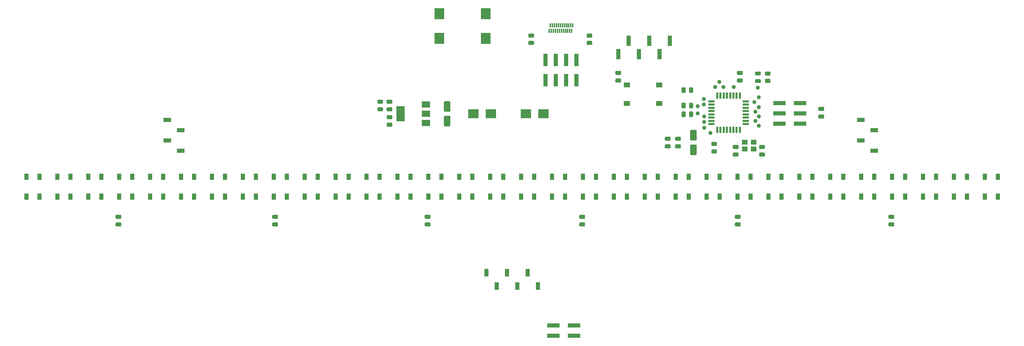
<source format=gbr>
%TF.GenerationSoftware,KiCad,Pcbnew,5.1.7-a382d34a8~87~ubuntu20.04.1*%
%TF.CreationDate,2020-11-03T23:07:43+05:30*%
%TF.ProjectId,halo,68616c6f-2e6b-4696-9361-645f70636258,v1*%
%TF.SameCoordinates,Original*%
%TF.FileFunction,Paste,Top*%
%TF.FilePolarity,Positive*%
%FSLAX46Y46*%
G04 Gerber Fmt 4.6, Leading zero omitted, Abs format (unit mm)*
G04 Created by KiCad (PCBNEW 5.1.7-a382d34a8~87~ubuntu20.04.1) date 2020-11-03 23:07:43*
%MOMM*%
%LPD*%
G01*
G04 APERTURE LIST*
%ADD10R,1.550000X1.300000*%
%ADD11R,2.000000X3.800000*%
%ADD12R,2.000000X1.500000*%
%ADD13R,0.300000X1.000000*%
%ADD14R,1.000000X3.150000*%
%ADD15R,2.400000X2.800000*%
%ADD16R,1.016000X1.905000*%
%ADD17R,1.000000X1.500000*%
%ADD18C,1.000000*%
%ADD19R,1.900000X1.000000*%
%ADD20R,1.000000X2.510000*%
%ADD21R,3.150000X1.000000*%
%ADD22R,0.550000X1.600000*%
%ADD23R,1.600000X0.550000*%
%ADD24R,1.400000X1.200000*%
%ADD25R,2.500000X2.300000*%
G04 APERTURE END LIST*
%TO.C,C10*%
G36*
G01*
X216375000Y-82862000D02*
X215425000Y-82862000D01*
G75*
G02*
X215175000Y-82612000I0J250000D01*
G01*
X215175000Y-82112000D01*
G75*
G02*
X215425000Y-81862000I250000J0D01*
G01*
X216375000Y-81862000D01*
G75*
G02*
X216625000Y-82112000I0J-250000D01*
G01*
X216625000Y-82612000D01*
G75*
G02*
X216375000Y-82862000I-250000J0D01*
G01*
G37*
G36*
G01*
X216375000Y-84762000D02*
X215425000Y-84762000D01*
G75*
G02*
X215175000Y-84512000I0J250000D01*
G01*
X215175000Y-84012000D01*
G75*
G02*
X215425000Y-83762000I250000J0D01*
G01*
X216375000Y-83762000D01*
G75*
G02*
X216625000Y-84012000I0J-250000D01*
G01*
X216625000Y-84512000D01*
G75*
G02*
X216375000Y-84762000I-250000J0D01*
G01*
G37*
%TD*%
%TO.C,C1*%
G36*
G01*
X183854000Y-91178000D02*
X184954000Y-91178000D01*
G75*
G02*
X185204000Y-91428000I0J-250000D01*
G01*
X185204000Y-93528000D01*
G75*
G02*
X184954000Y-93778000I-250000J0D01*
G01*
X183854000Y-93778000D01*
G75*
G02*
X183604000Y-93528000I0J250000D01*
G01*
X183604000Y-91428000D01*
G75*
G02*
X183854000Y-91178000I250000J0D01*
G01*
G37*
G36*
G01*
X183854000Y-87578000D02*
X184954000Y-87578000D01*
G75*
G02*
X185204000Y-87828000I0J-250000D01*
G01*
X185204000Y-89928000D01*
G75*
G02*
X184954000Y-90178000I-250000J0D01*
G01*
X183854000Y-90178000D01*
G75*
G02*
X183604000Y-89928000I0J250000D01*
G01*
X183604000Y-87828000D01*
G75*
G02*
X183854000Y-87578000I250000J0D01*
G01*
G37*
%TD*%
D10*
%TO.C,SW1*%
X167983000Y-76490000D03*
X167983000Y-80990000D03*
X175933000Y-80990000D03*
X175933000Y-76490000D03*
%TD*%
D11*
%TO.C,U2*%
X112166000Y-83566000D03*
D12*
X118466000Y-83566000D03*
X118466000Y-81266000D03*
X118466000Y-85866000D03*
%TD*%
%TO.C,C6*%
G36*
G01*
X201770000Y-92260000D02*
X200820000Y-92260000D01*
G75*
G02*
X200570000Y-92010000I0J250000D01*
G01*
X200570000Y-91510000D01*
G75*
G02*
X200820000Y-91260000I250000J0D01*
G01*
X201770000Y-91260000D01*
G75*
G02*
X202020000Y-91510000I0J-250000D01*
G01*
X202020000Y-92010000D01*
G75*
G02*
X201770000Y-92260000I-250000J0D01*
G01*
G37*
G36*
G01*
X201770000Y-94160000D02*
X200820000Y-94160000D01*
G75*
G02*
X200570000Y-93910000I0J250000D01*
G01*
X200570000Y-93410000D01*
G75*
G02*
X200820000Y-93160000I250000J0D01*
G01*
X201770000Y-93160000D01*
G75*
G02*
X202020000Y-93410000I0J-250000D01*
G01*
X202020000Y-93910000D01*
G75*
G02*
X201770000Y-94160000I-250000J0D01*
G01*
G37*
%TD*%
D13*
%TO.C,J2*%
X154390000Y-63077000D03*
X153890000Y-63077000D03*
X153390000Y-63077000D03*
X152890000Y-63077000D03*
X152390000Y-63077000D03*
X151890000Y-63077000D03*
X151390000Y-63077000D03*
X150890000Y-63077000D03*
X150390000Y-63077000D03*
X149890000Y-63077000D03*
X149390000Y-63077000D03*
X148890000Y-63077000D03*
X149140000Y-61727000D03*
X149640000Y-61727000D03*
X150140000Y-61727000D03*
X150640000Y-61727000D03*
X151140000Y-61727000D03*
X151640000Y-61727000D03*
X152140000Y-61727000D03*
X152640000Y-61727000D03*
X153140000Y-61727000D03*
X153640000Y-61727000D03*
X154140000Y-61727000D03*
X154640000Y-61727000D03*
%TD*%
D14*
%TO.C,J1*%
X155575000Y-70246000D03*
X155575000Y-75296000D03*
X153035000Y-70246000D03*
X153035000Y-75296000D03*
X150495000Y-70246000D03*
X150495000Y-75296000D03*
X147955000Y-70246000D03*
X147955000Y-75296000D03*
%TD*%
D15*
%TO.C,J3*%
X133208000Y-64948000D03*
X133208000Y-58848000D03*
X121808000Y-58848000D03*
X121808000Y-64948000D03*
%TD*%
D16*
%TO.C,P5*%
X133350000Y-122809000D03*
X135890000Y-126111000D03*
X138430000Y-122809000D03*
X140970000Y-126111000D03*
X143510000Y-122809000D03*
X146050000Y-126111000D03*
%TD*%
D17*
%TO.C,D32*%
X256210000Y-104050000D03*
X259410000Y-104050000D03*
X256210000Y-99150000D03*
X259410000Y-99150000D03*
%TD*%
%TO.C,D31*%
X248590000Y-104050000D03*
X251790000Y-104050000D03*
X248590000Y-99150000D03*
X251790000Y-99150000D03*
%TD*%
%TO.C,C9*%
G36*
G01*
X165387000Y-74872000D02*
X166337000Y-74872000D01*
G75*
G02*
X166587000Y-75122000I0J-250000D01*
G01*
X166587000Y-75622000D01*
G75*
G02*
X166337000Y-75872000I-250000J0D01*
G01*
X165387000Y-75872000D01*
G75*
G02*
X165137000Y-75622000I0J250000D01*
G01*
X165137000Y-75122000D01*
G75*
G02*
X165387000Y-74872000I250000J0D01*
G01*
G37*
G36*
G01*
X165387000Y-72972000D02*
X166337000Y-72972000D01*
G75*
G02*
X166587000Y-73222000I0J-250000D01*
G01*
X166587000Y-73722000D01*
G75*
G02*
X166337000Y-73972000I-250000J0D01*
G01*
X165387000Y-73972000D01*
G75*
G02*
X165137000Y-73722000I0J250000D01*
G01*
X165137000Y-73222000D01*
G75*
G02*
X165387000Y-72972000I250000J0D01*
G01*
G37*
%TD*%
%TO.C,R1*%
G36*
G01*
X182480000Y-77273998D02*
X182480000Y-78174002D01*
G75*
G02*
X182230002Y-78424000I-249998J0D01*
G01*
X181704998Y-78424000D01*
G75*
G02*
X181455000Y-78174002I0J249998D01*
G01*
X181455000Y-77273998D01*
G75*
G02*
X181704998Y-77024000I249998J0D01*
G01*
X182230002Y-77024000D01*
G75*
G02*
X182480000Y-77273998I0J-249998D01*
G01*
G37*
G36*
G01*
X184305000Y-77273998D02*
X184305000Y-78174002D01*
G75*
G02*
X184055002Y-78424000I-249998J0D01*
G01*
X183529998Y-78424000D01*
G75*
G02*
X183280000Y-78174002I0J249998D01*
G01*
X183280000Y-77273998D01*
G75*
G02*
X183529998Y-77024000I249998J0D01*
G01*
X184055002Y-77024000D01*
G75*
G02*
X184305000Y-77273998I0J-249998D01*
G01*
G37*
%TD*%
D18*
%TO.C,B1*%
X185420000Y-81661000D03*
%TD*%
%TO.C,B2*%
X185420000Y-83439000D03*
%TD*%
%TO.C,B3*%
X190754000Y-75692000D03*
%TD*%
%TO.C,B4*%
X189738000Y-76962000D03*
%TD*%
%TO.C,B5*%
X186944000Y-79883000D03*
%TD*%
%TO.C,B6*%
X186944000Y-81280000D03*
%TD*%
%TO.C,B7*%
X194310000Y-76962000D03*
%TD*%
%TO.C,B8*%
X191770000Y-76962000D03*
%TD*%
%TO.C,B9*%
X187071000Y-84201000D03*
%TD*%
%TO.C,B10*%
X187071000Y-85598000D03*
%TD*%
%TO.C,B11*%
X187071000Y-86995000D03*
%TD*%
%TO.C,B12*%
X188595000Y-88265000D03*
%TD*%
%TO.C,B13*%
X199644000Y-85344000D03*
%TD*%
%TO.C,B14*%
X200533000Y-84201000D03*
%TD*%
%TO.C,B15*%
X199644000Y-83058000D03*
%TD*%
%TO.C,B16*%
X200533000Y-81915000D03*
%TD*%
%TO.C,B17*%
X199390000Y-80645000D03*
%TD*%
%TO.C,B18*%
X200533000Y-79502000D03*
%TD*%
%TO.C,B19*%
X200279000Y-77089000D03*
%TD*%
%TO.C,B20*%
X200533000Y-86487000D03*
%TD*%
%TO.C,C11*%
G36*
G01*
X43147000Y-109532000D02*
X42197000Y-109532000D01*
G75*
G02*
X41947000Y-109282000I0J250000D01*
G01*
X41947000Y-108782000D01*
G75*
G02*
X42197000Y-108532000I250000J0D01*
G01*
X43147000Y-108532000D01*
G75*
G02*
X43397000Y-108782000I0J-250000D01*
G01*
X43397000Y-109282000D01*
G75*
G02*
X43147000Y-109532000I-250000J0D01*
G01*
G37*
G36*
G01*
X43147000Y-111432000D02*
X42197000Y-111432000D01*
G75*
G02*
X41947000Y-111182000I0J250000D01*
G01*
X41947000Y-110682000D01*
G75*
G02*
X42197000Y-110432000I250000J0D01*
G01*
X43147000Y-110432000D01*
G75*
G02*
X43397000Y-110682000I0J-250000D01*
G01*
X43397000Y-111182000D01*
G75*
G02*
X43147000Y-111432000I-250000J0D01*
G01*
G37*
%TD*%
%TO.C,C12*%
G36*
G01*
X81755000Y-109532000D02*
X80805000Y-109532000D01*
G75*
G02*
X80555000Y-109282000I0J250000D01*
G01*
X80555000Y-108782000D01*
G75*
G02*
X80805000Y-108532000I250000J0D01*
G01*
X81755000Y-108532000D01*
G75*
G02*
X82005000Y-108782000I0J-250000D01*
G01*
X82005000Y-109282000D01*
G75*
G02*
X81755000Y-109532000I-250000J0D01*
G01*
G37*
G36*
G01*
X81755000Y-111432000D02*
X80805000Y-111432000D01*
G75*
G02*
X80555000Y-111182000I0J250000D01*
G01*
X80555000Y-110682000D01*
G75*
G02*
X80805000Y-110432000I250000J0D01*
G01*
X81755000Y-110432000D01*
G75*
G02*
X82005000Y-110682000I0J-250000D01*
G01*
X82005000Y-111182000D01*
G75*
G02*
X81755000Y-111432000I-250000J0D01*
G01*
G37*
%TD*%
%TO.C,C13*%
G36*
G01*
X119347000Y-109532000D02*
X118397000Y-109532000D01*
G75*
G02*
X118147000Y-109282000I0J250000D01*
G01*
X118147000Y-108782000D01*
G75*
G02*
X118397000Y-108532000I250000J0D01*
G01*
X119347000Y-108532000D01*
G75*
G02*
X119597000Y-108782000I0J-250000D01*
G01*
X119597000Y-109282000D01*
G75*
G02*
X119347000Y-109532000I-250000J0D01*
G01*
G37*
G36*
G01*
X119347000Y-111432000D02*
X118397000Y-111432000D01*
G75*
G02*
X118147000Y-111182000I0J250000D01*
G01*
X118147000Y-110682000D01*
G75*
G02*
X118397000Y-110432000I250000J0D01*
G01*
X119347000Y-110432000D01*
G75*
G02*
X119597000Y-110682000I0J-250000D01*
G01*
X119597000Y-111182000D01*
G75*
G02*
X119347000Y-111432000I-250000J0D01*
G01*
G37*
%TD*%
%TO.C,C14*%
G36*
G01*
X157447000Y-109532000D02*
X156497000Y-109532000D01*
G75*
G02*
X156247000Y-109282000I0J250000D01*
G01*
X156247000Y-108782000D01*
G75*
G02*
X156497000Y-108532000I250000J0D01*
G01*
X157447000Y-108532000D01*
G75*
G02*
X157697000Y-108782000I0J-250000D01*
G01*
X157697000Y-109282000D01*
G75*
G02*
X157447000Y-109532000I-250000J0D01*
G01*
G37*
G36*
G01*
X157447000Y-111432000D02*
X156497000Y-111432000D01*
G75*
G02*
X156247000Y-111182000I0J250000D01*
G01*
X156247000Y-110682000D01*
G75*
G02*
X156497000Y-110432000I250000J0D01*
G01*
X157447000Y-110432000D01*
G75*
G02*
X157697000Y-110682000I0J-250000D01*
G01*
X157697000Y-111182000D01*
G75*
G02*
X157447000Y-111432000I-250000J0D01*
G01*
G37*
%TD*%
%TO.C,C15*%
G36*
G01*
X195801000Y-109532000D02*
X194851000Y-109532000D01*
G75*
G02*
X194601000Y-109282000I0J250000D01*
G01*
X194601000Y-108782000D01*
G75*
G02*
X194851000Y-108532000I250000J0D01*
G01*
X195801000Y-108532000D01*
G75*
G02*
X196051000Y-108782000I0J-250000D01*
G01*
X196051000Y-109282000D01*
G75*
G02*
X195801000Y-109532000I-250000J0D01*
G01*
G37*
G36*
G01*
X195801000Y-111432000D02*
X194851000Y-111432000D01*
G75*
G02*
X194601000Y-111182000I0J250000D01*
G01*
X194601000Y-110682000D01*
G75*
G02*
X194851000Y-110432000I250000J0D01*
G01*
X195801000Y-110432000D01*
G75*
G02*
X196051000Y-110682000I0J-250000D01*
G01*
X196051000Y-111182000D01*
G75*
G02*
X195801000Y-111432000I-250000J0D01*
G01*
G37*
%TD*%
%TO.C,C16*%
G36*
G01*
X233647000Y-109532000D02*
X232697000Y-109532000D01*
G75*
G02*
X232447000Y-109282000I0J250000D01*
G01*
X232447000Y-108782000D01*
G75*
G02*
X232697000Y-108532000I250000J0D01*
G01*
X233647000Y-108532000D01*
G75*
G02*
X233897000Y-108782000I0J-250000D01*
G01*
X233897000Y-109282000D01*
G75*
G02*
X233647000Y-109532000I-250000J0D01*
G01*
G37*
G36*
G01*
X233647000Y-111432000D02*
X232697000Y-111432000D01*
G75*
G02*
X232447000Y-111182000I0J250000D01*
G01*
X232447000Y-110682000D01*
G75*
G02*
X232697000Y-110432000I250000J0D01*
G01*
X233647000Y-110432000D01*
G75*
G02*
X233897000Y-110682000I0J-250000D01*
G01*
X233897000Y-111182000D01*
G75*
G02*
X233647000Y-111432000I-250000J0D01*
G01*
G37*
%TD*%
%TO.C,C2*%
G36*
G01*
X196309000Y-73972000D02*
X195359000Y-73972000D01*
G75*
G02*
X195109000Y-73722000I0J250000D01*
G01*
X195109000Y-73222000D01*
G75*
G02*
X195359000Y-72972000I250000J0D01*
G01*
X196309000Y-72972000D01*
G75*
G02*
X196559000Y-73222000I0J-250000D01*
G01*
X196559000Y-73722000D01*
G75*
G02*
X196309000Y-73972000I-250000J0D01*
G01*
G37*
G36*
G01*
X196309000Y-75872000D02*
X195359000Y-75872000D01*
G75*
G02*
X195109000Y-75622000I0J250000D01*
G01*
X195109000Y-75122000D01*
G75*
G02*
X195359000Y-74872000I250000J0D01*
G01*
X196309000Y-74872000D01*
G75*
G02*
X196559000Y-75122000I0J-250000D01*
G01*
X196559000Y-75622000D01*
G75*
G02*
X196309000Y-75872000I-250000J0D01*
G01*
G37*
%TD*%
%TO.C,C3*%
G36*
G01*
X180119000Y-91128000D02*
X181069000Y-91128000D01*
G75*
G02*
X181319000Y-91378000I0J-250000D01*
G01*
X181319000Y-91878000D01*
G75*
G02*
X181069000Y-92128000I-250000J0D01*
G01*
X180119000Y-92128000D01*
G75*
G02*
X179869000Y-91878000I0J250000D01*
G01*
X179869000Y-91378000D01*
G75*
G02*
X180119000Y-91128000I250000J0D01*
G01*
G37*
G36*
G01*
X180119000Y-89228000D02*
X181069000Y-89228000D01*
G75*
G02*
X181319000Y-89478000I0J-250000D01*
G01*
X181319000Y-89978000D01*
G75*
G02*
X181069000Y-90228000I-250000J0D01*
G01*
X180119000Y-90228000D01*
G75*
G02*
X179869000Y-89978000I0J250000D01*
G01*
X179869000Y-89478000D01*
G75*
G02*
X180119000Y-89228000I250000J0D01*
G01*
G37*
%TD*%
%TO.C,C4*%
G36*
G01*
X177579000Y-91128000D02*
X178529000Y-91128000D01*
G75*
G02*
X178779000Y-91378000I0J-250000D01*
G01*
X178779000Y-91878000D01*
G75*
G02*
X178529000Y-92128000I-250000J0D01*
G01*
X177579000Y-92128000D01*
G75*
G02*
X177329000Y-91878000I0J250000D01*
G01*
X177329000Y-91378000D01*
G75*
G02*
X177579000Y-91128000I250000J0D01*
G01*
G37*
G36*
G01*
X177579000Y-89228000D02*
X178529000Y-89228000D01*
G75*
G02*
X178779000Y-89478000I0J-250000D01*
G01*
X178779000Y-89978000D01*
G75*
G02*
X178529000Y-90228000I-250000J0D01*
G01*
X177579000Y-90228000D01*
G75*
G02*
X177329000Y-89978000I0J250000D01*
G01*
X177329000Y-89478000D01*
G75*
G02*
X177579000Y-89228000I250000J0D01*
G01*
G37*
%TD*%
%TO.C,C5*%
G36*
G01*
X194343000Y-93160000D02*
X195293000Y-93160000D01*
G75*
G02*
X195543000Y-93410000I0J-250000D01*
G01*
X195543000Y-93910000D01*
G75*
G02*
X195293000Y-94160000I-250000J0D01*
G01*
X194343000Y-94160000D01*
G75*
G02*
X194093000Y-93910000I0J250000D01*
G01*
X194093000Y-93410000D01*
G75*
G02*
X194343000Y-93160000I250000J0D01*
G01*
G37*
G36*
G01*
X194343000Y-91260000D02*
X195293000Y-91260000D01*
G75*
G02*
X195543000Y-91510000I0J-250000D01*
G01*
X195543000Y-92010000D01*
G75*
G02*
X195293000Y-92260000I-250000J0D01*
G01*
X194343000Y-92260000D01*
G75*
G02*
X194093000Y-92010000I0J250000D01*
G01*
X194093000Y-91510000D01*
G75*
G02*
X194343000Y-91260000I250000J0D01*
G01*
G37*
%TD*%
%TO.C,C7*%
G36*
G01*
X123148000Y-84066000D02*
X124248000Y-84066000D01*
G75*
G02*
X124498000Y-84316000I0J-250000D01*
G01*
X124498000Y-86416000D01*
G75*
G02*
X124248000Y-86666000I-250000J0D01*
G01*
X123148000Y-86666000D01*
G75*
G02*
X122898000Y-86416000I0J250000D01*
G01*
X122898000Y-84316000D01*
G75*
G02*
X123148000Y-84066000I250000J0D01*
G01*
G37*
G36*
G01*
X123148000Y-80466000D02*
X124248000Y-80466000D01*
G75*
G02*
X124498000Y-80716000I0J-250000D01*
G01*
X124498000Y-82816000D01*
G75*
G02*
X124248000Y-83066000I-250000J0D01*
G01*
X123148000Y-83066000D01*
G75*
G02*
X122898000Y-82816000I0J250000D01*
G01*
X122898000Y-80716000D01*
G75*
G02*
X123148000Y-80466000I250000J0D01*
G01*
G37*
%TD*%
%TO.C,C8*%
G36*
G01*
X109949000Y-81084000D02*
X108999000Y-81084000D01*
G75*
G02*
X108749000Y-80834000I0J250000D01*
G01*
X108749000Y-80334000D01*
G75*
G02*
X108999000Y-80084000I250000J0D01*
G01*
X109949000Y-80084000D01*
G75*
G02*
X110199000Y-80334000I0J-250000D01*
G01*
X110199000Y-80834000D01*
G75*
G02*
X109949000Y-81084000I-250000J0D01*
G01*
G37*
G36*
G01*
X109949000Y-82984000D02*
X108999000Y-82984000D01*
G75*
G02*
X108749000Y-82734000I0J250000D01*
G01*
X108749000Y-82234000D01*
G75*
G02*
X108999000Y-81984000I250000J0D01*
G01*
X109949000Y-81984000D01*
G75*
G02*
X110199000Y-82234000I0J-250000D01*
G01*
X110199000Y-82734000D01*
G75*
G02*
X109949000Y-82984000I-250000J0D01*
G01*
G37*
%TD*%
D17*
%TO.C,D1*%
X19990000Y-104050000D03*
X23190000Y-104050000D03*
X19990000Y-99150000D03*
X23190000Y-99150000D03*
%TD*%
%TO.C,D2*%
X27610000Y-104050000D03*
X30810000Y-104050000D03*
X27610000Y-99150000D03*
X30810000Y-99150000D03*
%TD*%
%TO.C,D3*%
X35230000Y-104050000D03*
X38430000Y-104050000D03*
X35230000Y-99150000D03*
X38430000Y-99150000D03*
%TD*%
%TO.C,D4*%
X42850000Y-104050000D03*
X46050000Y-104050000D03*
X42850000Y-99150000D03*
X46050000Y-99150000D03*
%TD*%
%TO.C,D5*%
X50470000Y-104050000D03*
X53670000Y-104050000D03*
X50470000Y-99150000D03*
X53670000Y-99150000D03*
%TD*%
%TO.C,D6*%
X58090000Y-104050000D03*
X61290000Y-104050000D03*
X58090000Y-99150000D03*
X61290000Y-99150000D03*
%TD*%
%TO.C,D7*%
X65710000Y-104050000D03*
X68910000Y-104050000D03*
X65710000Y-99150000D03*
X68910000Y-99150000D03*
%TD*%
%TO.C,D8*%
X73330000Y-104050000D03*
X76530000Y-104050000D03*
X73330000Y-99150000D03*
X76530000Y-99150000D03*
%TD*%
%TO.C,D9*%
X80950000Y-104050000D03*
X84150000Y-104050000D03*
X80950000Y-99150000D03*
X84150000Y-99150000D03*
%TD*%
%TO.C,D10*%
X88570000Y-104050000D03*
X91770000Y-104050000D03*
X88570000Y-99150000D03*
X91770000Y-99150000D03*
%TD*%
%TO.C,D11*%
X96190000Y-104050000D03*
X99390000Y-104050000D03*
X96190000Y-99150000D03*
X99390000Y-99150000D03*
%TD*%
%TO.C,D12*%
X103810000Y-104050000D03*
X107010000Y-104050000D03*
X103810000Y-99150000D03*
X107010000Y-99150000D03*
%TD*%
%TO.C,D13*%
X111430000Y-104050000D03*
X114630000Y-104050000D03*
X111430000Y-99150000D03*
X114630000Y-99150000D03*
%TD*%
%TO.C,D14*%
X119050000Y-104050000D03*
X122250000Y-104050000D03*
X119050000Y-99150000D03*
X122250000Y-99150000D03*
%TD*%
%TO.C,D15*%
X126670000Y-104050000D03*
X129870000Y-104050000D03*
X126670000Y-99150000D03*
X129870000Y-99150000D03*
%TD*%
%TO.C,D16*%
X134290000Y-104050000D03*
X137490000Y-104050000D03*
X134290000Y-99150000D03*
X137490000Y-99150000D03*
%TD*%
%TO.C,D17*%
X141910000Y-104050000D03*
X145110000Y-104050000D03*
X141910000Y-99150000D03*
X145110000Y-99150000D03*
%TD*%
%TO.C,D18*%
X149530000Y-104050000D03*
X152730000Y-104050000D03*
X149530000Y-99150000D03*
X152730000Y-99150000D03*
%TD*%
%TO.C,D19*%
X157150000Y-104050000D03*
X160350000Y-104050000D03*
X157150000Y-99150000D03*
X160350000Y-99150000D03*
%TD*%
%TO.C,D20*%
X164770000Y-104050000D03*
X167970000Y-104050000D03*
X164770000Y-99150000D03*
X167970000Y-99150000D03*
%TD*%
%TO.C,D21*%
X172390000Y-104050000D03*
X175590000Y-104050000D03*
X172390000Y-99150000D03*
X175590000Y-99150000D03*
%TD*%
%TO.C,D22*%
X180010000Y-104050000D03*
X183210000Y-104050000D03*
X180010000Y-99150000D03*
X183210000Y-99150000D03*
%TD*%
%TO.C,D23*%
X187630000Y-104050000D03*
X190830000Y-104050000D03*
X187630000Y-99150000D03*
X190830000Y-99150000D03*
%TD*%
%TO.C,D24*%
X195250000Y-104050000D03*
X198450000Y-104050000D03*
X195250000Y-99150000D03*
X198450000Y-99150000D03*
%TD*%
%TO.C,D25*%
X202870000Y-104050000D03*
X206070000Y-104050000D03*
X202870000Y-99150000D03*
X206070000Y-99150000D03*
%TD*%
%TO.C,D26*%
X210490000Y-104050000D03*
X213690000Y-104050000D03*
X210490000Y-99150000D03*
X213690000Y-99150000D03*
%TD*%
%TO.C,D27*%
X218110000Y-104050000D03*
X221310000Y-104050000D03*
X218110000Y-99150000D03*
X221310000Y-99150000D03*
%TD*%
%TO.C,D28*%
X225730000Y-104050000D03*
X228930000Y-104050000D03*
X225730000Y-99150000D03*
X228930000Y-99150000D03*
%TD*%
%TO.C,D29*%
X233350000Y-104050000D03*
X236550000Y-104050000D03*
X233350000Y-99150000D03*
X236550000Y-99150000D03*
%TD*%
%TO.C,D30*%
X240970000Y-104050000D03*
X244170000Y-104050000D03*
X240970000Y-99150000D03*
X244170000Y-99150000D03*
%TD*%
%TO.C,D35*%
G36*
G01*
X106731750Y-80109000D02*
X107644250Y-80109000D01*
G75*
G02*
X107888000Y-80352750I0J-243750D01*
G01*
X107888000Y-80840250D01*
G75*
G02*
X107644250Y-81084000I-243750J0D01*
G01*
X106731750Y-81084000D01*
G75*
G02*
X106488000Y-80840250I0J243750D01*
G01*
X106488000Y-80352750D01*
G75*
G02*
X106731750Y-80109000I243750J0D01*
G01*
G37*
G36*
G01*
X106731750Y-81984000D02*
X107644250Y-81984000D01*
G75*
G02*
X107888000Y-82227750I0J-243750D01*
G01*
X107888000Y-82715250D01*
G75*
G02*
X107644250Y-82959000I-243750J0D01*
G01*
X106731750Y-82959000D01*
G75*
G02*
X106488000Y-82715250I0J243750D01*
G01*
X106488000Y-82227750D01*
G75*
G02*
X106731750Y-81984000I243750J0D01*
G01*
G37*
%TD*%
%TO.C,D36*%
G36*
G01*
X200735250Y-75974000D02*
X199822750Y-75974000D01*
G75*
G02*
X199579000Y-75730250I0J243750D01*
G01*
X199579000Y-75242750D01*
G75*
G02*
X199822750Y-74999000I243750J0D01*
G01*
X200735250Y-74999000D01*
G75*
G02*
X200979000Y-75242750I0J-243750D01*
G01*
X200979000Y-75730250D01*
G75*
G02*
X200735250Y-75974000I-243750J0D01*
G01*
G37*
G36*
G01*
X200735250Y-74099000D02*
X199822750Y-74099000D01*
G75*
G02*
X199579000Y-73855250I0J243750D01*
G01*
X199579000Y-73367750D01*
G75*
G02*
X199822750Y-73124000I243750J0D01*
G01*
X200735250Y-73124000D01*
G75*
G02*
X200979000Y-73367750I0J-243750D01*
G01*
X200979000Y-73855250D01*
G75*
G02*
X200735250Y-74099000I-243750J0D01*
G01*
G37*
%TD*%
D19*
%TO.C,P1*%
X58038000Y-92710000D03*
X58038000Y-87630000D03*
X54738000Y-90170000D03*
X54738000Y-85090000D03*
%TD*%
D20*
%TO.C,P2*%
X165862000Y-68838000D03*
X170942000Y-68838000D03*
X176022000Y-68838000D03*
X168402000Y-65528000D03*
X173482000Y-65528000D03*
X178562000Y-65528000D03*
%TD*%
D21*
%TO.C,P3*%
X205628000Y-80899000D03*
X210678000Y-80899000D03*
X205628000Y-83439000D03*
X210678000Y-83439000D03*
X205628000Y-85979000D03*
X210678000Y-85979000D03*
%TD*%
D19*
%TO.C,P4*%
X228980000Y-92710000D03*
X228980000Y-87630000D03*
X225680000Y-90170000D03*
X225680000Y-85090000D03*
%TD*%
%TO.C,R2*%
G36*
G01*
X183280000Y-81984002D02*
X183280000Y-81083998D01*
G75*
G02*
X183529998Y-80834000I249998J0D01*
G01*
X184055002Y-80834000D01*
G75*
G02*
X184305000Y-81083998I0J-249998D01*
G01*
X184305000Y-81984002D01*
G75*
G02*
X184055002Y-82234000I-249998J0D01*
G01*
X183529998Y-82234000D01*
G75*
G02*
X183280000Y-81984002I0J249998D01*
G01*
G37*
G36*
G01*
X181455000Y-81984002D02*
X181455000Y-81083998D01*
G75*
G02*
X181704998Y-80834000I249998J0D01*
G01*
X182230002Y-80834000D01*
G75*
G02*
X182480000Y-81083998I0J-249998D01*
G01*
X182480000Y-81984002D01*
G75*
G02*
X182230002Y-82234000I-249998J0D01*
G01*
X181704998Y-82234000D01*
G75*
G02*
X181455000Y-81984002I0J249998D01*
G01*
G37*
%TD*%
%TO.C,R3*%
G36*
G01*
X183280000Y-84143002D02*
X183280000Y-83242998D01*
G75*
G02*
X183529998Y-82993000I249998J0D01*
G01*
X184055002Y-82993000D01*
G75*
G02*
X184305000Y-83242998I0J-249998D01*
G01*
X184305000Y-84143002D01*
G75*
G02*
X184055002Y-84393000I-249998J0D01*
G01*
X183529998Y-84393000D01*
G75*
G02*
X183280000Y-84143002I0J249998D01*
G01*
G37*
G36*
G01*
X181455000Y-84143002D02*
X181455000Y-83242998D01*
G75*
G02*
X181704998Y-82993000I249998J0D01*
G01*
X182230002Y-82993000D01*
G75*
G02*
X182480000Y-83242998I0J-249998D01*
G01*
X182480000Y-84143002D01*
G75*
G02*
X182230002Y-84393000I-249998J0D01*
G01*
X181704998Y-84393000D01*
G75*
G02*
X181455000Y-84143002I0J249998D01*
G01*
G37*
%TD*%
%TO.C,R4*%
G36*
G01*
X189934002Y-91548000D02*
X189033998Y-91548000D01*
G75*
G02*
X188784000Y-91298002I0J249998D01*
G01*
X188784000Y-90772998D01*
G75*
G02*
X189033998Y-90523000I249998J0D01*
G01*
X189934002Y-90523000D01*
G75*
G02*
X190184000Y-90772998I0J-249998D01*
G01*
X190184000Y-91298002D01*
G75*
G02*
X189934002Y-91548000I-249998J0D01*
G01*
G37*
G36*
G01*
X189934002Y-93373000D02*
X189033998Y-93373000D01*
G75*
G02*
X188784000Y-93123002I0J249998D01*
G01*
X188784000Y-92597998D01*
G75*
G02*
X189033998Y-92348000I249998J0D01*
G01*
X189934002Y-92348000D01*
G75*
G02*
X190184000Y-92597998I0J-249998D01*
G01*
X190184000Y-93123002D01*
G75*
G02*
X189934002Y-93373000I-249998J0D01*
G01*
G37*
%TD*%
%TO.C,R5*%
G36*
G01*
X143948998Y-65551000D02*
X144849002Y-65551000D01*
G75*
G02*
X145099000Y-65800998I0J-249998D01*
G01*
X145099000Y-66326002D01*
G75*
G02*
X144849002Y-66576000I-249998J0D01*
G01*
X143948998Y-66576000D01*
G75*
G02*
X143699000Y-66326002I0J249998D01*
G01*
X143699000Y-65800998D01*
G75*
G02*
X143948998Y-65551000I249998J0D01*
G01*
G37*
G36*
G01*
X143948998Y-63726000D02*
X144849002Y-63726000D01*
G75*
G02*
X145099000Y-63975998I0J-249998D01*
G01*
X145099000Y-64501002D01*
G75*
G02*
X144849002Y-64751000I-249998J0D01*
G01*
X143948998Y-64751000D01*
G75*
G02*
X143699000Y-64501002I0J249998D01*
G01*
X143699000Y-63975998D01*
G75*
G02*
X143948998Y-63726000I249998J0D01*
G01*
G37*
%TD*%
%TO.C,R6*%
G36*
G01*
X159200002Y-64751000D02*
X158299998Y-64751000D01*
G75*
G02*
X158050000Y-64501002I0J249998D01*
G01*
X158050000Y-63975998D01*
G75*
G02*
X158299998Y-63726000I249998J0D01*
G01*
X159200002Y-63726000D01*
G75*
G02*
X159450000Y-63975998I0J-249998D01*
G01*
X159450000Y-64501002D01*
G75*
G02*
X159200002Y-64751000I-249998J0D01*
G01*
G37*
G36*
G01*
X159200002Y-66576000D02*
X158299998Y-66576000D01*
G75*
G02*
X158050000Y-66326002I0J249998D01*
G01*
X158050000Y-65800998D01*
G75*
G02*
X158299998Y-65551000I249998J0D01*
G01*
X159200002Y-65551000D01*
G75*
G02*
X159450000Y-65800998I0J-249998D01*
G01*
X159450000Y-66326002D01*
G75*
G02*
X159200002Y-66576000I-249998J0D01*
G01*
G37*
%TD*%
%TO.C,R7*%
G36*
G01*
X109023998Y-85744000D02*
X109924002Y-85744000D01*
G75*
G02*
X110174000Y-85993998I0J-249998D01*
G01*
X110174000Y-86519002D01*
G75*
G02*
X109924002Y-86769000I-249998J0D01*
G01*
X109023998Y-86769000D01*
G75*
G02*
X108774000Y-86519002I0J249998D01*
G01*
X108774000Y-85993998D01*
G75*
G02*
X109023998Y-85744000I249998J0D01*
G01*
G37*
G36*
G01*
X109023998Y-83919000D02*
X109924002Y-83919000D01*
G75*
G02*
X110174000Y-84168998I0J-249998D01*
G01*
X110174000Y-84694002D01*
G75*
G02*
X109924002Y-84944000I-249998J0D01*
G01*
X109023998Y-84944000D01*
G75*
G02*
X108774000Y-84694002I0J249998D01*
G01*
X108774000Y-84168998D01*
G75*
G02*
X109023998Y-83919000I249998J0D01*
G01*
G37*
%TD*%
%TO.C,R8*%
G36*
G01*
X203142002Y-74149000D02*
X202241998Y-74149000D01*
G75*
G02*
X201992000Y-73899002I0J249998D01*
G01*
X201992000Y-73373998D01*
G75*
G02*
X202241998Y-73124000I249998J0D01*
G01*
X203142002Y-73124000D01*
G75*
G02*
X203392000Y-73373998I0J-249998D01*
G01*
X203392000Y-73899002D01*
G75*
G02*
X203142002Y-74149000I-249998J0D01*
G01*
G37*
G36*
G01*
X203142002Y-75974000D02*
X202241998Y-75974000D01*
G75*
G02*
X201992000Y-75724002I0J249998D01*
G01*
X201992000Y-75198998D01*
G75*
G02*
X202241998Y-74949000I249998J0D01*
G01*
X203142002Y-74949000D01*
G75*
G02*
X203392000Y-75198998I0J-249998D01*
G01*
X203392000Y-75724002D01*
G75*
G02*
X203142002Y-75974000I-249998J0D01*
G01*
G37*
%TD*%
D22*
%TO.C,U1*%
X190240000Y-87562000D03*
X191040000Y-87562000D03*
X191840000Y-87562000D03*
X192640000Y-87562000D03*
X193440000Y-87562000D03*
X194240000Y-87562000D03*
X195040000Y-87562000D03*
X195840000Y-87562000D03*
D23*
X197290000Y-86112000D03*
X197290000Y-85312000D03*
X197290000Y-84512000D03*
X197290000Y-83712000D03*
X197290000Y-82912000D03*
X197290000Y-82112000D03*
X197290000Y-81312000D03*
X197290000Y-80512000D03*
D22*
X195840000Y-79062000D03*
X195040000Y-79062000D03*
X194240000Y-79062000D03*
X193440000Y-79062000D03*
X192640000Y-79062000D03*
X191840000Y-79062000D03*
X191040000Y-79062000D03*
X190240000Y-79062000D03*
D23*
X188790000Y-80512000D03*
X188790000Y-81312000D03*
X188790000Y-82112000D03*
X188790000Y-82912000D03*
X188790000Y-83712000D03*
X188790000Y-84512000D03*
X188790000Y-85312000D03*
X188790000Y-86112000D03*
%TD*%
D24*
%TO.C,X1*%
X197020000Y-92290000D03*
X199220000Y-92290000D03*
X199220000Y-90590000D03*
X197020000Y-90590000D03*
%TD*%
D21*
%TO.C,SW2*%
X149875000Y-135890000D03*
X154925000Y-135890000D03*
X149875000Y-138430000D03*
X154925000Y-138430000D03*
%TD*%
D25*
%TO.C,D33*%
X143138000Y-83566000D03*
X147438000Y-83566000D03*
%TD*%
%TO.C,D34*%
X130184000Y-83566000D03*
X134484000Y-83566000D03*
%TD*%
M02*

</source>
